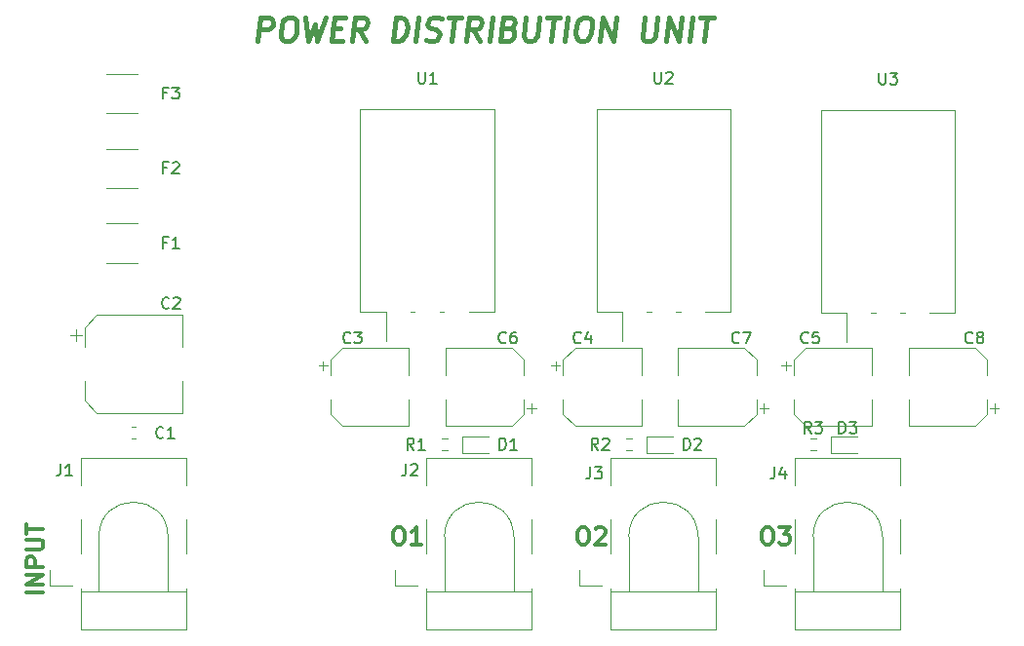
<source format=gbr>
G04 #@! TF.GenerationSoftware,KiCad,Pcbnew,(6.0.0)*
G04 #@! TF.CreationDate,2022-10-22T07:28:46+03:00*
G04 #@! TF.ProjectId,Voltlog Microscope PDU,566f6c74-6c6f-4672-904d-6963726f7363,rev?*
G04 #@! TF.SameCoordinates,Original*
G04 #@! TF.FileFunction,Legend,Top*
G04 #@! TF.FilePolarity,Positive*
%FSLAX46Y46*%
G04 Gerber Fmt 4.6, Leading zero omitted, Abs format (unit mm)*
G04 Created by KiCad (PCBNEW (6.0.0)) date 2022-10-22 07:28:46*
%MOMM*%
%LPD*%
G01*
G04 APERTURE LIST*
%ADD10C,0.300000*%
%ADD11C,0.400000*%
%ADD12C,0.150000*%
%ADD13C,0.120000*%
G04 APERTURE END LIST*
D10*
X165892857Y-101678571D02*
X166178571Y-101678571D01*
X166321428Y-101750000D01*
X166464285Y-101892857D01*
X166535714Y-102178571D01*
X166535714Y-102678571D01*
X166464285Y-102964285D01*
X166321428Y-103107142D01*
X166178571Y-103178571D01*
X165892857Y-103178571D01*
X165750000Y-103107142D01*
X165607142Y-102964285D01*
X165535714Y-102678571D01*
X165535714Y-102178571D01*
X165607142Y-101892857D01*
X165750000Y-101750000D01*
X165892857Y-101678571D01*
X167035714Y-101678571D02*
X167964285Y-101678571D01*
X167464285Y-102250000D01*
X167678571Y-102250000D01*
X167821428Y-102321428D01*
X167892857Y-102392857D01*
X167964285Y-102535714D01*
X167964285Y-102892857D01*
X167892857Y-103035714D01*
X167821428Y-103107142D01*
X167678571Y-103178571D01*
X167250000Y-103178571D01*
X167107142Y-103107142D01*
X167035714Y-103035714D01*
X103178571Y-107392857D02*
X101678571Y-107392857D01*
X103178571Y-106678571D02*
X101678571Y-106678571D01*
X103178571Y-105821428D01*
X101678571Y-105821428D01*
X103178571Y-105107142D02*
X101678571Y-105107142D01*
X101678571Y-104535714D01*
X101750000Y-104392857D01*
X101821428Y-104321428D01*
X101964285Y-104250000D01*
X102178571Y-104250000D01*
X102321428Y-104321428D01*
X102392857Y-104392857D01*
X102464285Y-104535714D01*
X102464285Y-105107142D01*
X101678571Y-103607142D02*
X102892857Y-103607142D01*
X103035714Y-103535714D01*
X103107142Y-103464285D01*
X103178571Y-103321428D01*
X103178571Y-103035714D01*
X103107142Y-102892857D01*
X103035714Y-102821428D01*
X102892857Y-102750000D01*
X101678571Y-102750000D01*
X101678571Y-102250000D02*
X101678571Y-101392857D01*
X103178571Y-101821428D02*
X101678571Y-101821428D01*
X149892857Y-101678571D02*
X150178571Y-101678571D01*
X150321428Y-101750000D01*
X150464285Y-101892857D01*
X150535714Y-102178571D01*
X150535714Y-102678571D01*
X150464285Y-102964285D01*
X150321428Y-103107142D01*
X150178571Y-103178571D01*
X149892857Y-103178571D01*
X149750000Y-103107142D01*
X149607142Y-102964285D01*
X149535714Y-102678571D01*
X149535714Y-102178571D01*
X149607142Y-101892857D01*
X149750000Y-101750000D01*
X149892857Y-101678571D01*
X151107142Y-101821428D02*
X151178571Y-101750000D01*
X151321428Y-101678571D01*
X151678571Y-101678571D01*
X151821428Y-101750000D01*
X151892857Y-101821428D01*
X151964285Y-101964285D01*
X151964285Y-102107142D01*
X151892857Y-102321428D01*
X151035714Y-103178571D01*
X151964285Y-103178571D01*
X133892857Y-101678571D02*
X134178571Y-101678571D01*
X134321428Y-101750000D01*
X134464285Y-101892857D01*
X134535714Y-102178571D01*
X134535714Y-102678571D01*
X134464285Y-102964285D01*
X134321428Y-103107142D01*
X134178571Y-103178571D01*
X133892857Y-103178571D01*
X133750000Y-103107142D01*
X133607142Y-102964285D01*
X133535714Y-102678571D01*
X133535714Y-102178571D01*
X133607142Y-101892857D01*
X133750000Y-101750000D01*
X133892857Y-101678571D01*
X135964285Y-103178571D02*
X135107142Y-103178571D01*
X135535714Y-103178571D02*
X135535714Y-101678571D01*
X135392857Y-101892857D01*
X135250000Y-102035714D01*
X135107142Y-102107142D01*
D11*
X121786845Y-59404761D02*
X122036845Y-57404761D01*
X122798750Y-57404761D01*
X122977321Y-57500000D01*
X123060654Y-57595238D01*
X123132083Y-57785714D01*
X123096369Y-58071428D01*
X122977321Y-58261904D01*
X122870178Y-58357142D01*
X122667797Y-58452380D01*
X121905892Y-58452380D01*
X124417797Y-57404761D02*
X124798750Y-57404761D01*
X124977321Y-57500000D01*
X125143988Y-57690476D01*
X125191607Y-58071428D01*
X125108273Y-58738095D01*
X124965416Y-59119047D01*
X124751130Y-59309523D01*
X124548750Y-59404761D01*
X124167797Y-59404761D01*
X123989226Y-59309523D01*
X123822559Y-59119047D01*
X123774940Y-58738095D01*
X123858273Y-58071428D01*
X124001130Y-57690476D01*
X124215416Y-57500000D01*
X124417797Y-57404761D01*
X125941607Y-57404761D02*
X126167797Y-59404761D01*
X126727321Y-57976190D01*
X126929702Y-59404761D01*
X127655892Y-57404761D01*
X128298750Y-58357142D02*
X128965416Y-58357142D01*
X129120178Y-59404761D02*
X128167797Y-59404761D01*
X128417797Y-57404761D01*
X129370178Y-57404761D01*
X131120178Y-59404761D02*
X130572559Y-58452380D01*
X129977321Y-59404761D02*
X130227321Y-57404761D01*
X130989226Y-57404761D01*
X131167797Y-57500000D01*
X131251130Y-57595238D01*
X131322559Y-57785714D01*
X131286845Y-58071428D01*
X131167797Y-58261904D01*
X131060654Y-58357142D01*
X130858273Y-58452380D01*
X130096369Y-58452380D01*
X133501130Y-59404761D02*
X133751130Y-57404761D01*
X134227321Y-57404761D01*
X134501130Y-57500000D01*
X134667797Y-57690476D01*
X134739226Y-57880952D01*
X134786845Y-58261904D01*
X134751130Y-58547619D01*
X134608273Y-58928571D01*
X134489226Y-59119047D01*
X134274940Y-59309523D01*
X133977321Y-59404761D01*
X133501130Y-59404761D01*
X135501130Y-59404761D02*
X135751130Y-57404761D01*
X136370178Y-59309523D02*
X136643988Y-59404761D01*
X137120178Y-59404761D01*
X137322559Y-59309523D01*
X137429702Y-59214285D01*
X137548750Y-59023809D01*
X137572559Y-58833333D01*
X137501130Y-58642857D01*
X137417797Y-58547619D01*
X137239226Y-58452380D01*
X136870178Y-58357142D01*
X136691607Y-58261904D01*
X136608273Y-58166666D01*
X136536845Y-57976190D01*
X136560654Y-57785714D01*
X136679702Y-57595238D01*
X136786845Y-57500000D01*
X136989226Y-57404761D01*
X137465416Y-57404761D01*
X137739226Y-57500000D01*
X138322559Y-57404761D02*
X139465416Y-57404761D01*
X138643988Y-59404761D02*
X138893988Y-57404761D01*
X141024940Y-59404761D02*
X140477321Y-58452380D01*
X139882083Y-59404761D02*
X140132083Y-57404761D01*
X140893988Y-57404761D01*
X141072559Y-57500000D01*
X141155892Y-57595238D01*
X141227321Y-57785714D01*
X141191607Y-58071428D01*
X141072559Y-58261904D01*
X140965416Y-58357142D01*
X140763035Y-58452380D01*
X140001130Y-58452380D01*
X141882083Y-59404761D02*
X142132083Y-57404761D01*
X143632083Y-58357142D02*
X143905892Y-58452380D01*
X143989226Y-58547619D01*
X144060654Y-58738095D01*
X144024940Y-59023809D01*
X143905892Y-59214285D01*
X143798750Y-59309523D01*
X143596369Y-59404761D01*
X142834464Y-59404761D01*
X143084464Y-57404761D01*
X143751130Y-57404761D01*
X143929702Y-57500000D01*
X144013035Y-57595238D01*
X144084464Y-57785714D01*
X144060654Y-57976190D01*
X143941607Y-58166666D01*
X143834464Y-58261904D01*
X143632083Y-58357142D01*
X142965416Y-58357142D01*
X145084464Y-57404761D02*
X144882083Y-59023809D01*
X144953511Y-59214285D01*
X145036845Y-59309523D01*
X145215416Y-59404761D01*
X145596369Y-59404761D01*
X145798750Y-59309523D01*
X145905892Y-59214285D01*
X146024940Y-59023809D01*
X146227321Y-57404761D01*
X146893988Y-57404761D02*
X148036845Y-57404761D01*
X147215416Y-59404761D02*
X147465416Y-57404761D01*
X148453511Y-59404761D02*
X148703511Y-57404761D01*
X150036845Y-57404761D02*
X150417797Y-57404761D01*
X150596369Y-57500000D01*
X150763035Y-57690476D01*
X150810654Y-58071428D01*
X150727321Y-58738095D01*
X150584464Y-59119047D01*
X150370178Y-59309523D01*
X150167797Y-59404761D01*
X149786845Y-59404761D01*
X149608273Y-59309523D01*
X149441607Y-59119047D01*
X149393988Y-58738095D01*
X149477321Y-58071428D01*
X149620178Y-57690476D01*
X149834464Y-57500000D01*
X150036845Y-57404761D01*
X151501130Y-59404761D02*
X151751130Y-57404761D01*
X152643988Y-59404761D01*
X152893988Y-57404761D01*
X155370178Y-57404761D02*
X155167797Y-59023809D01*
X155239226Y-59214285D01*
X155322559Y-59309523D01*
X155501130Y-59404761D01*
X155882083Y-59404761D01*
X156084464Y-59309523D01*
X156191607Y-59214285D01*
X156310654Y-59023809D01*
X156513035Y-57404761D01*
X157215416Y-59404761D02*
X157465416Y-57404761D01*
X158358273Y-59404761D01*
X158608273Y-57404761D01*
X159310654Y-59404761D02*
X159560654Y-57404761D01*
X160227321Y-57404761D02*
X161370178Y-57404761D01*
X160548750Y-59404761D02*
X160798750Y-57404761D01*
D12*
G04 #@! TO.C,C1*
X113583333Y-93857142D02*
X113535714Y-93904761D01*
X113392857Y-93952380D01*
X113297619Y-93952380D01*
X113154761Y-93904761D01*
X113059523Y-93809523D01*
X113011904Y-93714285D01*
X112964285Y-93523809D01*
X112964285Y-93380952D01*
X113011904Y-93190476D01*
X113059523Y-93095238D01*
X113154761Y-93000000D01*
X113297619Y-92952380D01*
X113392857Y-92952380D01*
X113535714Y-93000000D01*
X113583333Y-93047619D01*
X114535714Y-93952380D02*
X113964285Y-93952380D01*
X114250000Y-93952380D02*
X114250000Y-92952380D01*
X114154761Y-93095238D01*
X114059523Y-93190476D01*
X113964285Y-93238095D01*
G04 #@! TO.C,D1*
X142761904Y-94952380D02*
X142761904Y-93952380D01*
X143000000Y-93952380D01*
X143142857Y-94000000D01*
X143238095Y-94095238D01*
X143285714Y-94190476D01*
X143333333Y-94380952D01*
X143333333Y-94523809D01*
X143285714Y-94714285D01*
X143238095Y-94809523D01*
X143142857Y-94904761D01*
X143000000Y-94952380D01*
X142761904Y-94952380D01*
X144285714Y-94952380D02*
X143714285Y-94952380D01*
X144000000Y-94952380D02*
X144000000Y-93952380D01*
X143904761Y-94095238D01*
X143809523Y-94190476D01*
X143714285Y-94238095D01*
G04 #@! TO.C,U2*
X156238095Y-62127380D02*
X156238095Y-62936904D01*
X156285714Y-63032142D01*
X156333333Y-63079761D01*
X156428571Y-63127380D01*
X156619047Y-63127380D01*
X156714285Y-63079761D01*
X156761904Y-63032142D01*
X156809523Y-62936904D01*
X156809523Y-62127380D01*
X157238095Y-62222619D02*
X157285714Y-62175000D01*
X157380952Y-62127380D01*
X157619047Y-62127380D01*
X157714285Y-62175000D01*
X157761904Y-62222619D01*
X157809523Y-62317857D01*
X157809523Y-62413095D01*
X157761904Y-62555952D01*
X157190476Y-63127380D01*
X157809523Y-63127380D01*
G04 #@! TO.C,F3*
X113916666Y-63928571D02*
X113583333Y-63928571D01*
X113583333Y-64452380D02*
X113583333Y-63452380D01*
X114059523Y-63452380D01*
X114345238Y-63452380D02*
X114964285Y-63452380D01*
X114630952Y-63833333D01*
X114773809Y-63833333D01*
X114869047Y-63880952D01*
X114916666Y-63928571D01*
X114964285Y-64023809D01*
X114964285Y-64261904D01*
X114916666Y-64357142D01*
X114869047Y-64404761D01*
X114773809Y-64452380D01*
X114488095Y-64452380D01*
X114392857Y-64404761D01*
X114345238Y-64357142D01*
G04 #@! TO.C,U1*
X135738095Y-62127380D02*
X135738095Y-62936904D01*
X135785714Y-63032142D01*
X135833333Y-63079761D01*
X135928571Y-63127380D01*
X136119047Y-63127380D01*
X136214285Y-63079761D01*
X136261904Y-63032142D01*
X136309523Y-62936904D01*
X136309523Y-62127380D01*
X137309523Y-63127380D02*
X136738095Y-63127380D01*
X137023809Y-63127380D02*
X137023809Y-62127380D01*
X136928571Y-62270238D01*
X136833333Y-62365476D01*
X136738095Y-62413095D01*
G04 #@! TO.C,R2*
X151333333Y-94952380D02*
X151000000Y-94476190D01*
X150761904Y-94952380D02*
X150761904Y-93952380D01*
X151142857Y-93952380D01*
X151238095Y-94000000D01*
X151285714Y-94047619D01*
X151333333Y-94142857D01*
X151333333Y-94285714D01*
X151285714Y-94380952D01*
X151238095Y-94428571D01*
X151142857Y-94476190D01*
X150761904Y-94476190D01*
X151714285Y-94047619D02*
X151761904Y-94000000D01*
X151857142Y-93952380D01*
X152095238Y-93952380D01*
X152190476Y-94000000D01*
X152238095Y-94047619D01*
X152285714Y-94142857D01*
X152285714Y-94238095D01*
X152238095Y-94380952D01*
X151666666Y-94952380D01*
X152285714Y-94952380D01*
G04 #@! TO.C,C2*
X114083333Y-82607142D02*
X114035714Y-82654761D01*
X113892857Y-82702380D01*
X113797619Y-82702380D01*
X113654761Y-82654761D01*
X113559523Y-82559523D01*
X113511904Y-82464285D01*
X113464285Y-82273809D01*
X113464285Y-82130952D01*
X113511904Y-81940476D01*
X113559523Y-81845238D01*
X113654761Y-81750000D01*
X113797619Y-81702380D01*
X113892857Y-81702380D01*
X114035714Y-81750000D01*
X114083333Y-81797619D01*
X114464285Y-81797619D02*
X114511904Y-81750000D01*
X114607142Y-81702380D01*
X114845238Y-81702380D01*
X114940476Y-81750000D01*
X114988095Y-81797619D01*
X115035714Y-81892857D01*
X115035714Y-81988095D01*
X114988095Y-82130952D01*
X114416666Y-82702380D01*
X115035714Y-82702380D01*
G04 #@! TO.C,F1*
X113916666Y-76928571D02*
X113583333Y-76928571D01*
X113583333Y-77452380D02*
X113583333Y-76452380D01*
X114059523Y-76452380D01*
X114964285Y-77452380D02*
X114392857Y-77452380D01*
X114678571Y-77452380D02*
X114678571Y-76452380D01*
X114583333Y-76595238D01*
X114488095Y-76690476D01*
X114392857Y-76738095D01*
G04 #@! TO.C,J3*
X150666666Y-96452380D02*
X150666666Y-97166666D01*
X150619047Y-97309523D01*
X150523809Y-97404761D01*
X150380952Y-97452380D01*
X150285714Y-97452380D01*
X151047619Y-96452380D02*
X151666666Y-96452380D01*
X151333333Y-96833333D01*
X151476190Y-96833333D01*
X151571428Y-96880952D01*
X151619047Y-96928571D01*
X151666666Y-97023809D01*
X151666666Y-97261904D01*
X151619047Y-97357142D01*
X151571428Y-97404761D01*
X151476190Y-97452380D01*
X151190476Y-97452380D01*
X151095238Y-97404761D01*
X151047619Y-97357142D01*
G04 #@! TO.C,R3*
X169833333Y-93522380D02*
X169500000Y-93046190D01*
X169261904Y-93522380D02*
X169261904Y-92522380D01*
X169642857Y-92522380D01*
X169738095Y-92570000D01*
X169785714Y-92617619D01*
X169833333Y-92712857D01*
X169833333Y-92855714D01*
X169785714Y-92950952D01*
X169738095Y-92998571D01*
X169642857Y-93046190D01*
X169261904Y-93046190D01*
X170166666Y-92522380D02*
X170785714Y-92522380D01*
X170452380Y-92903333D01*
X170595238Y-92903333D01*
X170690476Y-92950952D01*
X170738095Y-92998571D01*
X170785714Y-93093809D01*
X170785714Y-93331904D01*
X170738095Y-93427142D01*
X170690476Y-93474761D01*
X170595238Y-93522380D01*
X170309523Y-93522380D01*
X170214285Y-93474761D01*
X170166666Y-93427142D01*
G04 #@! TO.C,C5*
X169583333Y-85607142D02*
X169535714Y-85654761D01*
X169392857Y-85702380D01*
X169297619Y-85702380D01*
X169154761Y-85654761D01*
X169059523Y-85559523D01*
X169011904Y-85464285D01*
X168964285Y-85273809D01*
X168964285Y-85130952D01*
X169011904Y-84940476D01*
X169059523Y-84845238D01*
X169154761Y-84750000D01*
X169297619Y-84702380D01*
X169392857Y-84702380D01*
X169535714Y-84750000D01*
X169583333Y-84797619D01*
X170488095Y-84702380D02*
X170011904Y-84702380D01*
X169964285Y-85178571D01*
X170011904Y-85130952D01*
X170107142Y-85083333D01*
X170345238Y-85083333D01*
X170440476Y-85130952D01*
X170488095Y-85178571D01*
X170535714Y-85273809D01*
X170535714Y-85511904D01*
X170488095Y-85607142D01*
X170440476Y-85654761D01*
X170345238Y-85702380D01*
X170107142Y-85702380D01*
X170011904Y-85654761D01*
X169964285Y-85607142D01*
G04 #@! TO.C,C6*
X143333333Y-85607142D02*
X143285714Y-85654761D01*
X143142857Y-85702380D01*
X143047619Y-85702380D01*
X142904761Y-85654761D01*
X142809523Y-85559523D01*
X142761904Y-85464285D01*
X142714285Y-85273809D01*
X142714285Y-85130952D01*
X142761904Y-84940476D01*
X142809523Y-84845238D01*
X142904761Y-84750000D01*
X143047619Y-84702380D01*
X143142857Y-84702380D01*
X143285714Y-84750000D01*
X143333333Y-84797619D01*
X144190476Y-84702380D02*
X144000000Y-84702380D01*
X143904761Y-84750000D01*
X143857142Y-84797619D01*
X143761904Y-84940476D01*
X143714285Y-85130952D01*
X143714285Y-85511904D01*
X143761904Y-85607142D01*
X143809523Y-85654761D01*
X143904761Y-85702380D01*
X144095238Y-85702380D01*
X144190476Y-85654761D01*
X144238095Y-85607142D01*
X144285714Y-85511904D01*
X144285714Y-85273809D01*
X144238095Y-85178571D01*
X144190476Y-85130952D01*
X144095238Y-85083333D01*
X143904761Y-85083333D01*
X143809523Y-85130952D01*
X143761904Y-85178571D01*
X143714285Y-85273809D01*
G04 #@! TO.C,R1*
X135333333Y-94952380D02*
X135000000Y-94476190D01*
X134761904Y-94952380D02*
X134761904Y-93952380D01*
X135142857Y-93952380D01*
X135238095Y-94000000D01*
X135285714Y-94047619D01*
X135333333Y-94142857D01*
X135333333Y-94285714D01*
X135285714Y-94380952D01*
X135238095Y-94428571D01*
X135142857Y-94476190D01*
X134761904Y-94476190D01*
X136285714Y-94952380D02*
X135714285Y-94952380D01*
X136000000Y-94952380D02*
X136000000Y-93952380D01*
X135904761Y-94095238D01*
X135809523Y-94190476D01*
X135714285Y-94238095D01*
G04 #@! TO.C,U3*
X175738095Y-62202380D02*
X175738095Y-63011904D01*
X175785714Y-63107142D01*
X175833333Y-63154761D01*
X175928571Y-63202380D01*
X176119047Y-63202380D01*
X176214285Y-63154761D01*
X176261904Y-63107142D01*
X176309523Y-63011904D01*
X176309523Y-62202380D01*
X176690476Y-62202380D02*
X177309523Y-62202380D01*
X176976190Y-62583333D01*
X177119047Y-62583333D01*
X177214285Y-62630952D01*
X177261904Y-62678571D01*
X177309523Y-62773809D01*
X177309523Y-63011904D01*
X177261904Y-63107142D01*
X177214285Y-63154761D01*
X177119047Y-63202380D01*
X176833333Y-63202380D01*
X176738095Y-63154761D01*
X176690476Y-63107142D01*
G04 #@! TO.C,J4*
X166666666Y-96452380D02*
X166666666Y-97166666D01*
X166619047Y-97309523D01*
X166523809Y-97404761D01*
X166380952Y-97452380D01*
X166285714Y-97452380D01*
X167571428Y-96785714D02*
X167571428Y-97452380D01*
X167333333Y-96404761D02*
X167095238Y-97119047D01*
X167714285Y-97119047D01*
G04 #@! TO.C,D2*
X158761904Y-94952380D02*
X158761904Y-93952380D01*
X159000000Y-93952380D01*
X159142857Y-94000000D01*
X159238095Y-94095238D01*
X159285714Y-94190476D01*
X159333333Y-94380952D01*
X159333333Y-94523809D01*
X159285714Y-94714285D01*
X159238095Y-94809523D01*
X159142857Y-94904761D01*
X159000000Y-94952380D01*
X158761904Y-94952380D01*
X159714285Y-94047619D02*
X159761904Y-94000000D01*
X159857142Y-93952380D01*
X160095238Y-93952380D01*
X160190476Y-94000000D01*
X160238095Y-94047619D01*
X160285714Y-94142857D01*
X160285714Y-94238095D01*
X160238095Y-94380952D01*
X159666666Y-94952380D01*
X160285714Y-94952380D01*
G04 #@! TO.C,C8*
X183833333Y-85607142D02*
X183785714Y-85654761D01*
X183642857Y-85702380D01*
X183547619Y-85702380D01*
X183404761Y-85654761D01*
X183309523Y-85559523D01*
X183261904Y-85464285D01*
X183214285Y-85273809D01*
X183214285Y-85130952D01*
X183261904Y-84940476D01*
X183309523Y-84845238D01*
X183404761Y-84750000D01*
X183547619Y-84702380D01*
X183642857Y-84702380D01*
X183785714Y-84750000D01*
X183833333Y-84797619D01*
X184404761Y-85130952D02*
X184309523Y-85083333D01*
X184261904Y-85035714D01*
X184214285Y-84940476D01*
X184214285Y-84892857D01*
X184261904Y-84797619D01*
X184309523Y-84750000D01*
X184404761Y-84702380D01*
X184595238Y-84702380D01*
X184690476Y-84750000D01*
X184738095Y-84797619D01*
X184785714Y-84892857D01*
X184785714Y-84940476D01*
X184738095Y-85035714D01*
X184690476Y-85083333D01*
X184595238Y-85130952D01*
X184404761Y-85130952D01*
X184309523Y-85178571D01*
X184261904Y-85226190D01*
X184214285Y-85321428D01*
X184214285Y-85511904D01*
X184261904Y-85607142D01*
X184309523Y-85654761D01*
X184404761Y-85702380D01*
X184595238Y-85702380D01*
X184690476Y-85654761D01*
X184738095Y-85607142D01*
X184785714Y-85511904D01*
X184785714Y-85321428D01*
X184738095Y-85226190D01*
X184690476Y-85178571D01*
X184595238Y-85130952D01*
G04 #@! TO.C,D3*
X172261904Y-93522380D02*
X172261904Y-92522380D01*
X172500000Y-92522380D01*
X172642857Y-92570000D01*
X172738095Y-92665238D01*
X172785714Y-92760476D01*
X172833333Y-92950952D01*
X172833333Y-93093809D01*
X172785714Y-93284285D01*
X172738095Y-93379523D01*
X172642857Y-93474761D01*
X172500000Y-93522380D01*
X172261904Y-93522380D01*
X173166666Y-92522380D02*
X173785714Y-92522380D01*
X173452380Y-92903333D01*
X173595238Y-92903333D01*
X173690476Y-92950952D01*
X173738095Y-92998571D01*
X173785714Y-93093809D01*
X173785714Y-93331904D01*
X173738095Y-93427142D01*
X173690476Y-93474761D01*
X173595238Y-93522380D01*
X173309523Y-93522380D01*
X173214285Y-93474761D01*
X173166666Y-93427142D01*
G04 #@! TO.C,C3*
X129833333Y-85607142D02*
X129785714Y-85654761D01*
X129642857Y-85702380D01*
X129547619Y-85702380D01*
X129404761Y-85654761D01*
X129309523Y-85559523D01*
X129261904Y-85464285D01*
X129214285Y-85273809D01*
X129214285Y-85130952D01*
X129261904Y-84940476D01*
X129309523Y-84845238D01*
X129404761Y-84750000D01*
X129547619Y-84702380D01*
X129642857Y-84702380D01*
X129785714Y-84750000D01*
X129833333Y-84797619D01*
X130166666Y-84702380D02*
X130785714Y-84702380D01*
X130452380Y-85083333D01*
X130595238Y-85083333D01*
X130690476Y-85130952D01*
X130738095Y-85178571D01*
X130785714Y-85273809D01*
X130785714Y-85511904D01*
X130738095Y-85607142D01*
X130690476Y-85654761D01*
X130595238Y-85702380D01*
X130309523Y-85702380D01*
X130214285Y-85654761D01*
X130166666Y-85607142D01*
G04 #@! TO.C,J2*
X134666666Y-96202380D02*
X134666666Y-96916666D01*
X134619047Y-97059523D01*
X134523809Y-97154761D01*
X134380952Y-97202380D01*
X134285714Y-97202380D01*
X135095238Y-96297619D02*
X135142857Y-96250000D01*
X135238095Y-96202380D01*
X135476190Y-96202380D01*
X135571428Y-96250000D01*
X135619047Y-96297619D01*
X135666666Y-96392857D01*
X135666666Y-96488095D01*
X135619047Y-96630952D01*
X135047619Y-97202380D01*
X135666666Y-97202380D01*
G04 #@! TO.C,C4*
X149833333Y-85607142D02*
X149785714Y-85654761D01*
X149642857Y-85702380D01*
X149547619Y-85702380D01*
X149404761Y-85654761D01*
X149309523Y-85559523D01*
X149261904Y-85464285D01*
X149214285Y-85273809D01*
X149214285Y-85130952D01*
X149261904Y-84940476D01*
X149309523Y-84845238D01*
X149404761Y-84750000D01*
X149547619Y-84702380D01*
X149642857Y-84702380D01*
X149785714Y-84750000D01*
X149833333Y-84797619D01*
X150690476Y-85035714D02*
X150690476Y-85702380D01*
X150452380Y-84654761D02*
X150214285Y-85369047D01*
X150833333Y-85369047D01*
G04 #@! TO.C,J1*
X104666666Y-96202380D02*
X104666666Y-96916666D01*
X104619047Y-97059523D01*
X104523809Y-97154761D01*
X104380952Y-97202380D01*
X104285714Y-97202380D01*
X105666666Y-97202380D02*
X105095238Y-97202380D01*
X105380952Y-97202380D02*
X105380952Y-96202380D01*
X105285714Y-96345238D01*
X105190476Y-96440476D01*
X105095238Y-96488095D01*
G04 #@! TO.C,C7*
X163583333Y-85607142D02*
X163535714Y-85654761D01*
X163392857Y-85702380D01*
X163297619Y-85702380D01*
X163154761Y-85654761D01*
X163059523Y-85559523D01*
X163011904Y-85464285D01*
X162964285Y-85273809D01*
X162964285Y-85130952D01*
X163011904Y-84940476D01*
X163059523Y-84845238D01*
X163154761Y-84750000D01*
X163297619Y-84702380D01*
X163392857Y-84702380D01*
X163535714Y-84750000D01*
X163583333Y-84797619D01*
X163916666Y-84702380D02*
X164583333Y-84702380D01*
X164154761Y-85702380D01*
G04 #@! TO.C,F2*
X113916666Y-70428571D02*
X113583333Y-70428571D01*
X113583333Y-70952380D02*
X113583333Y-69952380D01*
X114059523Y-69952380D01*
X114392857Y-70047619D02*
X114440476Y-70000000D01*
X114535714Y-69952380D01*
X114773809Y-69952380D01*
X114869047Y-70000000D01*
X114916666Y-70047619D01*
X114964285Y-70142857D01*
X114964285Y-70238095D01*
X114916666Y-70380952D01*
X114345238Y-70952380D01*
X114964285Y-70952380D01*
D13*
G04 #@! TO.C,C1*
X110859420Y-94010000D02*
X111140580Y-94010000D01*
X110859420Y-92990000D02*
X111140580Y-92990000D01*
G04 #@! TO.C,D1*
X139561797Y-95235000D02*
X141846797Y-95235000D01*
X139561797Y-93765000D02*
X139561797Y-95235000D01*
X141846797Y-93765000D02*
X139561797Y-93765000D01*
G04 #@! TO.C,U2*
X155530000Y-82985000D02*
X155931000Y-82985000D01*
X158070000Y-82985000D02*
X158470000Y-82985000D01*
X153410000Y-82985000D02*
X153410000Y-85516000D01*
X162810000Y-65365000D02*
X162810000Y-82985000D01*
X151190000Y-65365000D02*
X162810000Y-65365000D01*
X151190000Y-82985000D02*
X153390000Y-82985000D01*
X160610000Y-82985000D02*
X162810000Y-82985000D01*
X151190000Y-65365000D02*
X151190000Y-82985000D01*
G04 #@! TO.C,F3*
X108613748Y-65710000D02*
X111386252Y-65710000D01*
X108613748Y-62290000D02*
X111386252Y-62290000D01*
G04 #@! TO.C,U1*
X137570000Y-82985000D02*
X137970000Y-82985000D01*
X130690000Y-82985000D02*
X132890000Y-82985000D01*
X142310000Y-65365000D02*
X142310000Y-82985000D01*
X132910000Y-82985000D02*
X132910000Y-85516000D01*
X130690000Y-65365000D02*
X142310000Y-65365000D01*
X135030000Y-82985000D02*
X135431000Y-82985000D01*
X140110000Y-82985000D02*
X142310000Y-82985000D01*
X130690000Y-65365000D02*
X130690000Y-82985000D01*
G04 #@! TO.C,R2*
X153762742Y-95022500D02*
X154237258Y-95022500D01*
X153762742Y-93977500D02*
X154237258Y-93977500D01*
G04 #@! TO.C,C2*
X106000000Y-84490000D02*
X106000000Y-85490000D01*
X106740000Y-84304437D02*
X106740000Y-85990000D01*
X106740000Y-90695563D02*
X107804437Y-91760000D01*
X106740000Y-84304437D02*
X107804437Y-83240000D01*
X115260000Y-91760000D02*
X115260000Y-89010000D01*
X105500000Y-84990000D02*
X106500000Y-84990000D01*
X106740000Y-90695563D02*
X106740000Y-89010000D01*
X107804437Y-91760000D02*
X115260000Y-91760000D01*
X115260000Y-83240000D02*
X115260000Y-85990000D01*
X107804437Y-83240000D02*
X115260000Y-83240000D01*
G04 #@! TO.C,F1*
X108613748Y-78710000D02*
X111386252Y-78710000D01*
X108613748Y-75290000D02*
X111386252Y-75290000D01*
G04 #@! TO.C,J3*
X154000000Y-107300000D02*
X154000000Y-102500000D01*
X161560000Y-110610000D02*
X161560000Y-107000000D01*
X161560000Y-95690000D02*
X152440000Y-95690000D01*
X161560000Y-104000000D02*
X161560000Y-101000000D01*
X149740000Y-105420000D02*
X149740000Y-106760000D01*
X152440000Y-98000000D02*
X152440000Y-95690000D01*
X152440000Y-110610000D02*
X152440000Y-107000000D01*
X149740000Y-106760000D02*
X151640000Y-106760000D01*
X161560000Y-110610000D02*
X152440000Y-110610000D01*
X152440000Y-104000000D02*
X152440000Y-101000000D01*
X161560000Y-98000000D02*
X161560000Y-95690000D01*
X160000000Y-107300000D02*
X160000000Y-102500000D01*
X161560000Y-107300000D02*
X152440000Y-107300000D01*
X160000000Y-102500000D02*
G75*
G03*
X154000000Y-102500000I-3000000J0D01*
G01*
G04 #@! TO.C,R3*
X169762742Y-95022500D02*
X170237258Y-95022500D01*
X169762742Y-93977500D02*
X170237258Y-93977500D01*
G04 #@! TO.C,C5*
X167262500Y-87652500D02*
X168050000Y-87652500D01*
X168290000Y-87154437D02*
X169354437Y-86090000D01*
X168290000Y-91845563D02*
X168290000Y-90560000D01*
X169354437Y-86090000D02*
X175110000Y-86090000D01*
X175110000Y-86090000D02*
X175110000Y-88440000D01*
X169354437Y-92910000D02*
X175110000Y-92910000D01*
X167656250Y-87258750D02*
X167656250Y-88046250D01*
X168290000Y-87154437D02*
X168290000Y-88440000D01*
X175110000Y-92910000D02*
X175110000Y-90560000D01*
X168290000Y-91845563D02*
X169354437Y-92910000D01*
G04 #@! TO.C,C6*
X143845563Y-92910000D02*
X138090000Y-92910000D01*
X145543750Y-91741250D02*
X145543750Y-90953750D01*
X143845563Y-86090000D02*
X138090000Y-86090000D01*
X145937500Y-91347500D02*
X145150000Y-91347500D01*
X144910000Y-87154437D02*
X143845563Y-86090000D01*
X144910000Y-91845563D02*
X144910000Y-90560000D01*
X138090000Y-86090000D02*
X138090000Y-88440000D01*
X138090000Y-92910000D02*
X138090000Y-90560000D01*
X144910000Y-87154437D02*
X144910000Y-88440000D01*
X144910000Y-91845563D02*
X143845563Y-92910000D01*
G04 #@! TO.C,R1*
X137762742Y-95022500D02*
X138237258Y-95022500D01*
X137762742Y-93977500D02*
X138237258Y-93977500D01*
G04 #@! TO.C,U3*
X170690000Y-65440000D02*
X170690000Y-83060000D01*
X170690000Y-83060000D02*
X172890000Y-83060000D01*
X175030000Y-83060000D02*
X175431000Y-83060000D01*
X170690000Y-65440000D02*
X182310000Y-65440000D01*
X177570000Y-83060000D02*
X177970000Y-83060000D01*
X182310000Y-65440000D02*
X182310000Y-83060000D01*
X180110000Y-83060000D02*
X182310000Y-83060000D01*
X172910000Y-83060000D02*
X172910000Y-85591000D01*
G04 #@! TO.C,J4*
X168440000Y-110610000D02*
X168440000Y-107000000D01*
X176000000Y-107300000D02*
X176000000Y-102500000D01*
X177560000Y-98000000D02*
X177560000Y-95690000D01*
X165740000Y-106760000D02*
X167640000Y-106760000D01*
X170000000Y-107300000D02*
X170000000Y-102500000D01*
X168440000Y-98000000D02*
X168440000Y-95690000D01*
X168440000Y-104000000D02*
X168440000Y-101000000D01*
X177560000Y-110610000D02*
X177560000Y-107000000D01*
X177560000Y-107300000D02*
X168440000Y-107300000D01*
X165740000Y-105420000D02*
X165740000Y-106760000D01*
X177560000Y-110610000D02*
X168440000Y-110610000D01*
X177560000Y-95690000D02*
X168440000Y-95690000D01*
X177560000Y-104000000D02*
X177560000Y-101000000D01*
X176000000Y-102500000D02*
G75*
G03*
X170000000Y-102500000I-3000000J0D01*
G01*
G04 #@! TO.C,D2*
X155515000Y-95235000D02*
X157800000Y-95235000D01*
X155515000Y-93765000D02*
X155515000Y-95235000D01*
X157800000Y-93765000D02*
X155515000Y-93765000D01*
G04 #@! TO.C,C8*
X185743750Y-91741250D02*
X185743750Y-90953750D01*
X185110000Y-87154437D02*
X185110000Y-88440000D01*
X186137500Y-91347500D02*
X185350000Y-91347500D01*
X178290000Y-86090000D02*
X178290000Y-88440000D01*
X185110000Y-87154437D02*
X184045563Y-86090000D01*
X185110000Y-91845563D02*
X184045563Y-92910000D01*
X184045563Y-86090000D02*
X178290000Y-86090000D01*
X185110000Y-91845563D02*
X185110000Y-90560000D01*
X178290000Y-92910000D02*
X178290000Y-90560000D01*
X184045563Y-92910000D02*
X178290000Y-92910000D01*
G04 #@! TO.C,D3*
X171515000Y-93765000D02*
X171515000Y-95235000D01*
X171515000Y-95235000D02*
X173800000Y-95235000D01*
X173800000Y-93765000D02*
X171515000Y-93765000D01*
G04 #@! TO.C,C3*
X128090000Y-91845563D02*
X129154437Y-92910000D01*
X134910000Y-92910000D02*
X134910000Y-90560000D01*
X128090000Y-87154437D02*
X128090000Y-88440000D01*
X128090000Y-87154437D02*
X129154437Y-86090000D01*
X129154437Y-86090000D02*
X134910000Y-86090000D01*
X127456250Y-87258750D02*
X127456250Y-88046250D01*
X128090000Y-91845563D02*
X128090000Y-90560000D01*
X127062500Y-87652500D02*
X127850000Y-87652500D01*
X129154437Y-92910000D02*
X134910000Y-92910000D01*
X134910000Y-86090000D02*
X134910000Y-88440000D01*
G04 #@! TO.C,J2*
X145560000Y-107300000D02*
X136440000Y-107300000D01*
X144000000Y-107300000D02*
X144000000Y-102500000D01*
X145560000Y-110610000D02*
X136440000Y-110610000D01*
X145560000Y-110610000D02*
X145560000Y-107000000D01*
X133740000Y-105420000D02*
X133740000Y-106760000D01*
X145560000Y-104000000D02*
X145560000Y-101000000D01*
X133740000Y-106760000D02*
X135640000Y-106760000D01*
X138000000Y-107300000D02*
X138000000Y-102500000D01*
X145560000Y-95690000D02*
X136440000Y-95690000D01*
X136440000Y-104000000D02*
X136440000Y-101000000D01*
X136440000Y-98000000D02*
X136440000Y-95690000D01*
X145560000Y-98000000D02*
X145560000Y-95690000D01*
X136440000Y-110610000D02*
X136440000Y-107000000D01*
X144000000Y-102500000D02*
G75*
G03*
X138000000Y-102500000I-3000000J0D01*
G01*
G04 #@! TO.C,C4*
X149354437Y-92910000D02*
X155110000Y-92910000D01*
X149354437Y-86090000D02*
X155110000Y-86090000D01*
X147656250Y-87258750D02*
X147656250Y-88046250D01*
X155110000Y-86090000D02*
X155110000Y-88440000D01*
X148290000Y-91845563D02*
X148290000Y-90560000D01*
X155110000Y-92910000D02*
X155110000Y-90560000D01*
X148290000Y-91845563D02*
X149354437Y-92910000D01*
X147262500Y-87652500D02*
X148050000Y-87652500D01*
X148290000Y-87154437D02*
X149354437Y-86090000D01*
X148290000Y-87154437D02*
X148290000Y-88440000D01*
G04 #@! TO.C,J1*
X115560000Y-104000000D02*
X115560000Y-101000000D01*
X114000000Y-107300000D02*
X114000000Y-102500000D01*
X106440000Y-98000000D02*
X106440000Y-95690000D01*
X115560000Y-95690000D02*
X106440000Y-95690000D01*
X106440000Y-104000000D02*
X106440000Y-101000000D01*
X108000000Y-107300000D02*
X108000000Y-102500000D01*
X106440000Y-110610000D02*
X106440000Y-107000000D01*
X103740000Y-105420000D02*
X103740000Y-106760000D01*
X115560000Y-107300000D02*
X106440000Y-107300000D01*
X115560000Y-110610000D02*
X115560000Y-107000000D01*
X115560000Y-98000000D02*
X115560000Y-95690000D01*
X103740000Y-106760000D02*
X105640000Y-106760000D01*
X115560000Y-110610000D02*
X106440000Y-110610000D01*
X114000000Y-102500000D02*
G75*
G03*
X108000000Y-102500000I-3000000J0D01*
G01*
G04 #@! TO.C,C7*
X166137500Y-91347500D02*
X165350000Y-91347500D01*
X165110000Y-91845563D02*
X164045563Y-92910000D01*
X165110000Y-91845563D02*
X165110000Y-90560000D01*
X158290000Y-86090000D02*
X158290000Y-88440000D01*
X164045563Y-86090000D02*
X158290000Y-86090000D01*
X158290000Y-92910000D02*
X158290000Y-90560000D01*
X164045563Y-92910000D02*
X158290000Y-92910000D01*
X165743750Y-91741250D02*
X165743750Y-90953750D01*
X165110000Y-87154437D02*
X165110000Y-88440000D01*
X165110000Y-87154437D02*
X164045563Y-86090000D01*
G04 #@! TO.C,F2*
X108613748Y-68790000D02*
X111386252Y-68790000D01*
X108613748Y-72210000D02*
X111386252Y-72210000D01*
G04 #@! TD*
M02*

</source>
